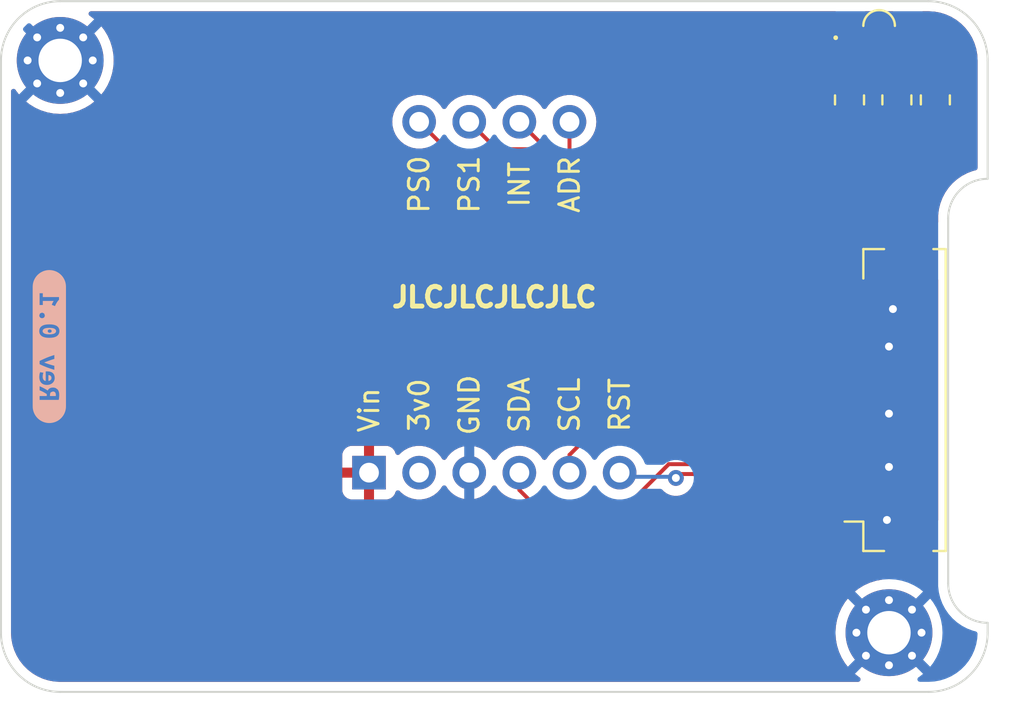
<source format=kicad_pcb>
(kicad_pcb (version 20220331) (generator pcbnew)
  (layers (0 "F.Cu" mixed) (1 "In1.Cu" power) (2 "In2.Cu" power) (31 "B.Cu" mixed) (34 "B.Paste" user) (35 "F.Paste" user) (36 "B.SilkS" user) (37 "F.SilkS" user) (38 "B.Mask" user) (39 "F.Mask" user) (44 "Edge.Cuts" user))
  (net 0 "")
  (net 1 "GND")
  (net 2 "Net-(D1-RK)")
  (net 3 "Net-(D1-GK)")
  (net 4 "Net-(D1-BK)")
  (net 7 "+3V3")
  (net 8 "RST")
  (net 9 "SDA")
  (net 10 "SCL")
  (net 11 "PS0")
  (net 12 "PS1")
  (net 13 "INT")
  (net 17 "ADR")
  (net 18 "LED_B")
  (net 19 "LED_G")
  (net 20 "LED_R")
  (footprint "Resistor_SMD:R_0805_2012Metric_Pad1.20x1.40mm_HandSolder" (layer "F.Cu") (at 163 85 90)
    (fp_text reference "R2" hide)
    (fp_text value "1kΩ")
    (fp_line (start -0.227064 -0.735) (end 0.227064 -0.735) (stroke (width 0.12)) (layer "F.SilkS"))
    (fp_line (start -0.227064 0.735) (end 0.227064 0.735) (stroke (width 0.12)) (layer "F.SilkS"))
    (pad "1" smd roundrect (at -1 0 90) (size 1.2 1.4) (layers "F.Cu" "F.Paste" "F.Mask") (roundrect_rratio 0.2083333333) (net 19 "LED_G"))
    (pad "2" smd roundrect (at 1 0 90) (size 1.2 1.4) (layers "F.Cu" "F.Paste" "F.Mask") (roundrect_rratio 0.2083333333) (net 3 "Net-(D1-GK)"))
  )
  (footprint "GameOver:TXGA_FFC05036-24SBD113W5M_1x24_P0.50mm_Horizontal" (layer "F.Cu") (at 165 100.21 90)
    (fp_text reference "J1" hide)
    (fp_text value locked "addon_conn")
    (fp_line (start -7.65 -1.3) (end -7.65 -0.25) (stroke (width 0.12)) (layer "F.SilkS"))
    (fp_line (start -7.65 2.25) (end -7.65 2.875) (stroke (width 0.12)) (layer "F.SilkS"))
    (fp_line (start -7.65 2.875) (end 7.65 2.875) (stroke (width 0.12)) (layer "F.SilkS"))
    (fp_line (start -6.16 -1.3) (end -7.65 -1.3) (stroke (width 0.12)) (layer "F.SilkS"))
    (fp_line (start -6.16 -1.3) (end -6.16 -2.25) (stroke (width 0.12)) (layer "F.SilkS"))
    (fp_line (start 6.16 -1.3) (end 7.65 -1.3) (stroke (width 0.12)) (layer "F.SilkS"))
    (fp_line (start 7.65 -1.3) (end 7.65 -0.25) (stroke (width 0.12)) (layer "F.SilkS"))
    (fp_line (start 7.65 2.875) (end 7.65 2.25) (stroke (width 0.12)) (layer "F.SilkS"))
    (pad "" smd rect locked (at -7.55 1.075 90) (size 1.8 2) (layers "F.Cu" "F.Paste" "F.Mask"))
    (pad "" smd rect locked (at 7.55 1.075 90) (size 1.8 2) (layers "F.Cu" "F.Paste" "F.Mask"))
    (pad "1" smd rect locked (at -5.75 -1.85 90) (size 0.3 1.25) (layers "F.Cu" "F.Paste" "F.Mask") (net 1 "GND"))
    (pad "2" smd rect locked (at -5.25 -1.85 90) (size 0.3 1.25) (layers "F.Cu" "F.Paste" "F.Mask") (net 7 "+3V3"))
    (pad "3" smd rect locked (at -4.75 -1.85 90) (size 0.3 1.25) (layers "F.Cu" "F.Paste" "F.Mask"))
    (pad "4" smd rect locked (at -4.25 -1.85 90) (size 0.3 1.25) (layers "F.Cu" "F.Paste" "F.Mask"))
    (pad "5" smd rect locked (at -3.75 -1.85 90) (size 0.3 1.25) (layers "F.Cu" "F.Paste" "F.Mask") (net 8 "RST"))
    (pad "6" smd rect locked (at -3.25 -1.85 90) (size 0.3 1.25) (layers "F.Cu" "F.Paste" "F.Mask") (net 9 "SDA"))
    (pad "7" smd rect locked (at -2.75 -1.85 90) (size 0.3 1.25) (layers "F.Cu" "F.Paste" "F.Mask") (net 1 "GND"))
    (pad "8" smd rect locked (at -2.25 -1.85 90) (size 0.3 1.25) (layers "F.Cu" "F.Paste" "F.Mask") (net 7 "+3V3"))
    (pad "9" smd rect locked (at -1.75 -1.85 90) (size 0.3 1.25) (layers "F.Cu" "F.Paste" "F.Mask") (net 10 "SCL"))
    (pad "10" smd rect locked (at -1.25 -1.85 90) (size 0.3 1.25) (layers "F.Cu" "F.Paste" "F.Mask") (net 11 "PS0"))
    (pad "11" smd rect locked (at -0.75 -1.85 90) (size 0.3 1.25) (layers "F.Cu" "F.Paste" "F.Mask") (net 12 "PS1"))
    (pad "12" smd rect locked (at -0.25 -1.85 90) (size 0.3 1.25) (layers "F.Cu" "F.Paste" "F.Mask") (net 1 "GND"))
    (pad "13" smd rect locked (at 0.25 -1.85 90) (size 0.3 1.25) (layers "F.Cu" "F.Paste" "F.Mask") (net 7 "+3V3"))
    (pad "14" smd rect locked (at 0.75 -1.85 90) (size 0.3 1.25) (layers "F.Cu" "F.Paste" "F.Mask") (net 13 "INT"))
    (pad "15" smd rect locked (at 1.25 -1.85 90) (size 0.3 1.25) (layers "F.Cu" "F.Paste" "F.Mask") (net 17 "ADR"))
    (pad "16" smd rect locked (at 1.75 -1.85 90) (size 0.3 1.25) (layers "F.Cu" "F.Paste" "F.Mask"))
    (pad "17" smd rect locked (at 2.25 -1.85 90) (size 0.3 1.25) (layers "F.Cu" "F.Paste" "F.Mask"))
    (pad "18" smd rect locked (at 2.75 -1.85 90) (size 0.3 1.25) (layers "F.Cu" "F.Paste" "F.Mask") (net 1 "GND"))
    (pad "19" smd rect locked (at 3.25 -1.85 90) (size 0.3 1.25) (layers "F.Cu" "F.Paste" "F.Mask"))
    (pad "20" smd rect locked (at 3.75 -1.85 90) (size 0.3 1.25) (layers "F.Cu" "F.Paste" "F.Mask") (net 19 "LED_G"))
    (pad "21" smd rect locked (at 4.25 -1.85 90) (size 0.3 1.25) (layers "F.Cu" "F.Paste" "F.Mask") (net 20 "LED_R"))
    (pad "22" smd rect locked (at 4.75 -1.85 90) (size 0.3 1.25) (layers "F.Cu" "F.Paste" "F.Mask") (net 18 "LED_B"))
    (pad "23" smd rect locked (at 5.25 -1.85 90) (size 0.3 1.25) (layers "F.Cu" "F.Paste" "F.Mask") (net 1 "GND"))
    (pad "24" smd rect locked (at 5.75 -1.85 90) (size 0.3 1.25) (layers "F.Cu" "F.Paste" "F.Mask") (net 7 "+3V3"))
  )
  (footprint "GameOver:logo_fcu" (layer "F.Cu") (at 126.5 97.499997 -90)
    (fp_text reference "Ref**" hide)
    (fp_text value "Val**" hide)
    (fp_poly (pts (xy -1.200723 -2.388725) (xy -1.041533 -2.387945) (xy -0.909803 -2.386596) (xy -0.802555 -2.384628) (xy -0.716816 -2.381995) (xy -0.649611 -2.378649) (xy -0.597965 -2.374544) (xy -0.558904 -2.369633) (xy -0.529451 -2.363867) (xy -0.518033 -2.360835) (xy -0.450047 -2.336304) (xy -0.396715 -2.308605) (xy -0.378478 -2.293602) (xy -0.368474 -2.27151) (xy -0.36026 -2.228859) (xy -0.353524 -2.16138) (xy -0.347953 -2.064803) (xy -0.343238 -1.934858) (xy -0.339065 -1.767275) (xy -0.338667 -1.748346) (xy -0.328083 -1.23825) (xy -0.281904 -1.312493) (xy -0.24756 -1.356772) (xy -0.186966 -1.423627) (xy -0.105177 -1.508295) (xy -0.007249 -1.606012) (xy 0.10176 -1.712015) (xy 0.216795 -1.82154) (xy 0.3328 -1.929824) (xy 0.444718 -2.032103) (xy 0.547493 -2.123614) (xy 0.636068 -2.199594) (xy 0.705388 -2.255278) (xy 0.750395 -2.285904) (xy 0.752473 -2.28697) (xy 0.85725 -2.338917) (xy 3.71475 -2.338917) (xy 3.836285 -2.281959) (xy 3.894983 -2.246064) (xy 3.97651 -2.184547) (xy 4.075028 -2.102913) (xy 4.184698 -2.006669) (xy 4.299684 -1.901323) (xy 4.414147 -1.792379) (xy 4.52225 -1.685345) (xy 4.618154 -1.585727) (xy 4.696022 -1.499032) (xy 4.750017 -1.430766) (xy 4.766774 -1.40428) (xy 4.788276 -1.362652) (xy 4.806603 -1.320978) (xy 4.821984 -1.275691) (xy 4.834648 -1.223223) (xy 4.844824 -1.160005) (xy 4.852741 -1.08247) (xy 4.858629 -0.98705) (xy 4.862715 -0.870176) (xy 4.86523 -0.728281) (xy 4.866401 -0.557795) (xy 4.866459 -0.355152) (xy 4.865632 -0.116783) (xy 4.864402 0.116905) (xy 4.85775 1.281561) (xy 4.788546 1.42209) (xy 4.762538 1.470833) (xy 4.731756 1.518497) (xy 4.691873 1.569925) (xy 4.63856 1.629958) (xy 4.567491 1.70344) (xy 4.474337 1.795213) (xy 4.354771 1.910119) (xy 4.338581 1.92556) (xy 4.203502 2.052926) (xy 4.093665 2.153136) (xy 4.005009 2.229582) (xy 3.933471 2.285661) (xy 3.874993 2.324766) (xy 3.836285 2.345458) (xy 3.71475 2.402416) (xy 2.31775 2.406591) (xy 2.0232 2.40729) (xy 1.768345 2.407474) (xy 1.550552 2.407104) (xy 1.367185 2.406139) (xy 1.21561 2.404538) (xy 1.093192 2.402261) (xy 0.997296 2.399267) (xy 0.925287 2.395517) (xy 0.874531 2.390969) (xy 0.842392 2.385583) (xy 0.836083 2.383828) (xy 0.767931 2.359354) (xy 0.708242 2.333479) (xy 0.699597 2.329039) (xy 0.662904 2.302371) (xy 0.601761 2.250131) (xy 0.521146 2.177182) (xy 0.426032 2.088387) (xy 0.321395 1.98861) (xy 0.212211 1.882714) (xy 0.103454 1.775563) (xy 0.000101 1.672021) (xy -0.092875 1.57695) (xy -0.170497 1.495214) (xy -0.227791 1.431677) (xy -0.259755 1.391242) (xy -0.328083 1.285749) (xy -0.339509 2.180293) (xy -0.450213 2.253152) (xy -0.528038 2.297645) (xy -0.609929 2.334249) (xy -0.656167 2.349199) (xy -0.695854 2.354298) (xy -0.770214 2.358556) (xy -0.880243 2.361985) (xy -1.026935 2.364595) (xy -1.211286 2.366397) (xy -1.434292 2.367402) (xy -1.696949 2.367621) (xy -2.000251 2.367064) (xy -2.233083 2.366235) (xy -3.71475 2.360083) (xy -3.835845 2.303326) (xy -3.89414 2.267633) (xy -3.975305 2.206322) (xy -4.073519 2.124885) (xy -4.182961 2.028814) (xy -4.297808 1.923602) (xy -4.412238 1.814741) (xy -4.52043 1.707723) (xy -4.616563 1.608041) (xy -4.694814 1.521186) (xy -4.749361 1.452652) (xy -4.767185 1.424692) (xy -4.788605 1.383195) (xy -4.806861 1.341594) (xy -4.822183 1.296323) (xy -4.834797 1.243817) (xy -4.844932 1.180508) (xy -4.852816 1.102831) (xy -4.858677 1.007219) (xy -4.862744 0.890106) (xy -4.865243 0.747925) (xy -4.866403 0.577112) (xy -4.866453 0.374098) (xy -4.865619 0.135318) (xy -4.864402 -0.095739) (xy -4.860288 -0.816053) (xy -3.577167 -0.816053) (xy -3.577167 0.792687) (xy -3.434659 0.936296) (xy -3.292151 1.079904) (xy -1.280583 1.068916) (xy -1.274854 0.640291) (xy -1.269124 0.211666) (xy -0.381 0.211666) (xy -0.381 -0.306488) (xy 0.529167 -0.306488) (xy 0.529167 0.418632) (xy 0.904367 0.770232) (xy 1.279568 1.121833) (xy 3.290354 1.121833) (xy 3.43376 0.979526) (xy 3.577167 0.837218) (xy 3.577167 -0.771521) (xy 3.434859 -0.914928) (xy 3.292552 -1.058334) (xy 1.280142 -1.058334) (xy 0.904654 -0.682411) (xy 0.529167 -0.306488) (xy -0.381 -0.306488) (xy -0.381 -1.100667) (xy -3.290354 -1.100667) (xy -3.433761 -0.95836) (xy -3.577167 -0.816053) (xy -4.860288 -0.816053) (xy -4.85775 -1.260395) (xy -4.788884 -1.400238) (xy -4.762931 -1.448807) (xy -4.732062 -1.496472) (xy -4.691962 -1.548056) (xy -4.638319 -1.608384) (xy -4.566819 -1.682278) (xy -4.473148 -1.774563) (xy -4.352993 -1.890062) (xy -4.33848 -1.903909) (xy -4.203118 -2.031592) (xy -4.093021 -2.132081) (xy -4.004162 -2.208743) (xy -3.932514 -2.264948) (xy -3.874053 -2.304065) (xy -3.835845 -2.324494) (xy -3.71475 -2.38125) (xy -2.171556 -2.387079) (xy -1.872786 -2.388111) (xy -1.613374 -2.38876) (xy -1.390345 -2.388981) (xy -1.200723 -2.388725)) (stroke (width 0.01)) (fill solid) (layer "F.Cu"))
  )
  (footprint "Resistor_SMD:R_0805_2012Metric_Pad1.20x1.40mm_HandSolder" (layer "F.Cu") (at 165.4 85 90)
    (fp_text reference "R1" hide)
    (fp_text value "1kΩ")
    (fp_line (start -0.227064 -0.735) (end 0.227064 -0.735) (stroke (width 0.12)) (layer "F.SilkS"))
    (fp_line (start -0.227064 0.735) (end 0.227064 0.735) (stroke (width 0.12)) (layer "F.SilkS"))
    (pad "1" smd roundrect (at -1 0 90) (size 1.2 1.4) (layers "F.Cu" "F.Paste" "F.Mask") (roundrect_rratio 0.2083333333) (net 20 "LED_R"))
    (pad "2" smd roundrect (at 1 0 90) (size 1.2 1.4) (layers "F.Cu" "F.Paste" "F.Mask") (roundrect_rratio 0.2083333333) (net 2 "Net-(D1-RK)"))
  )
  (footprint "MountingHole:MountingHole_2.2mm_M2_Pad_Via" (layer "F.Cu") (at 123 83)
    (fp_text reference "H1" hide)
    (fp_text value "~")
    (pad "1" thru_hole circle locked (at -1.65 0) (size 0.7 0.7) (drill 0.4) (layers *.Cu *.Mask) (net 1 "GND"))
    (pad "1" thru_hole circle locked (at -1.166726 -1.166726) (size 0.7 0.7) (drill 0.4) (layers *.Cu *.Mask) (net 1 "GND"))
    (pad "1" thru_hole circle locked (at -1.166726 1.166726) (size 0.7 0.7) (drill 0.4) (layers *.Cu *.Mask) (net 1 "GND"))
    (pad "1" thru_hole circle locked (at 0 -1.65) (size 0.7 0.7) (drill 0.4) (layers *.Cu *.Mask) (net 1 "GND"))
    (pad "1" thru_hole circle locked (at 0 0) (size 4.4 4.4) (drill 2.2) (layers *.Cu *.Mask) (net 1 "GND"))
    (pad "1" thru_hole circle locked (at 0 1.65) (size 0.7 0.7) (drill 0.4) (layers *.Cu *.Mask) (net 1 "GND"))
    (pad "1" thru_hole circle locked (at 1.166726 -1.166726) (size 0.7 0.7) (drill 0.4) (layers *.Cu *.Mask) (net 1 "GND"))
    (pad "1" thru_hole circle locked (at 1.166726 1.166726) (size 0.7 0.7) (drill 0.4) (layers *.Cu *.Mask) (net 1 "GND"))
    (pad "1" thru_hole circle locked (at 1.65 0) (size 0.7 0.7) (drill 0.4) (layers *.Cu *.Mask) (net 1 "GND"))
  )
  (footprint "GameOver:Adafruit_BNO055_breakout" (layer "F.Cu") (at 145 93.73)
    (fp_text reference "U1" hide)
    (fp_text value "Adafruit_BNO055_breakout")
    (fp_text user "SCL" (at 3.81 6.731 90 unlocked) (layer "F.SilkS"))
    (fp_text user "ADR" (at 3.81 -4.445 90 unlocked) (layer "F.SilkS"))
    (fp_text user "RST" (at 6.35 6.731 90 unlocked) (layer "F.SilkS"))
    (fp_text user "Vin" (at -6.35 6.985 90 unlocked) (layer "F.SilkS"))
    (fp_text user "SDA" (at 1.27 6.731 90 unlocked) (layer "F.SilkS"))
    (fp_text user "INT" (at 1.27 -4.445 90 unlocked) (layer "F.SilkS"))
    (fp_text user "PS1" (at -1.27 -4.445 90 unlocked) (layer "F.SilkS"))
    (fp_text user "PS0" (at -3.81 -4.445 90 unlocked) (layer "F.SilkS"))
    (fp_text user "GND" (at -1.27 6.731 90 unlocked) (layer "F.SilkS"))
    (fp_text user "3v0" (at -3.81 6.731 90 unlocked) (layer "F.SilkS"))
    (pad "1" thru_hole rect (at -6.35 10.16 90) (size 1.7 1.7) (drill 1) (layers *.Cu *.Mask) (net 7 "+3V3"))
    (pad "2" thru_hole oval (at -3.81 10.16 90) (size 1.7 1.7) (drill 1) (layers *.Cu *.Mask))
    (pad "3" thru_hole oval (at -1.27 10.16 90) (size 1.7 1.7) (drill 1) (layers *.Cu *.Mask) (net 1 "GND"))
    (pad "4" thru_hole oval (at 1.27 10.16 90) (size 1.7 1.7) (drill 1) (layers *.Cu *.Mask) (net 9 "SDA"))
    (pad "5" thru_hole oval (at 3.81 10.16 90) (size 1.7 1.7) (drill 1) (layers *.Cu *.Mask) (net 10 "SCL"))
    (pad "6" thru_hole oval (at 6.35 10.16 90) (size 1.7 1.7) (drill 1) (layers *.Cu *.Mask) (net 8 "RST"))
    (pad "7" thru_hole oval (at -3.81 -7.62 90) (size 1.7 1.7) (drill 1) (layers *.Cu *.Mask) (net 11 "PS0"))
    (pad "8" thru_hole oval (at -1.27 -7.62 90) (size 1.7 1.7) (drill 1) (layers *.Cu *.Mask) (net 12 "PS1"))
    (pad "9" thru_hole oval (at 1.27 -7.62 90) (size 1.7 1.7) (drill 1) (layers *.Cu *.Mask) (net 13 "INT"))
    (pad "10" thru_hole oval (at 3.81 -7.62 90) (size 1.7 1.7) (drill 1) (layers *.Cu *.Mask) (net 17 "ADR"))
  )
  (footprint "GameOver:Hongzhi_Forest_HS-1204-RGB" (layer "F.Cu") (at 164.5 81.65)
    (fp_text reference "D1" hide)
    (fp_text value "LED_RGBA")
    (fp_arc (start -0.8 -0.4) (mid 0 -1.2) (end 0.8 -0.4) (stroke (width 0.12)) (layer "F.SilkS"))
    (fp_circle (center -2.2 0.2) (end -2.2 0.2) (stroke (width 0.12)) (fill none) (layer "F.SilkS"))
    (pad "1" smd rect (at 0.39 0.22) (size 0.53 0.44) (layers "F.Cu" "F.Paste" "F.Mask") (net 2 "Net-(D1-RK)"))
    (pad "2" smd rect (at -0.39 0.22) (size 0.53 0.44) (layers "F.Cu" "F.Paste" "F.Mask") (net 3 "Net-(D1-GK)"))
    (pad "3" smd rect (at 1.455 0) (size 1 0.88) (layers "F.Cu" "F.Paste" "F.Mask") (net 4 "Net-(D1-BK)"))
    (pad "4" smd rect (at -1.455 0) (size 1 0.88) (layers "F.Cu" "F.Paste" "F.Mask") (net 7 "+3V3"))
  )
  (footprint "MountingHole:MountingHole_2.2mm_M2_Pad_Via" (layer "F.Cu") (at 165 112)
    (fp_text reference "H2" hide)
    (fp_text value "~")
    (pad "1" thru_hole circle locked (at -1.65 0) (size 0.7 0.7) (drill 0.4) (layers *.Cu *.Mask) (net 1 "GND"))
    (pad "1" thru_hole circle locked (at -1.166726 -1.166726) (size 0.7 0.7) (drill 0.4) (layers *.Cu *.Mask) (net 1 "GND"))
    (pad "1" thru_hole circle locked (at -1.166726 1.166726) (size 0.7 0.7) (drill 0.4) (layers *.Cu *.Mask) (net 1 "GND"))
    (pad "1" thru_hole circle locked (at 0 -1.65) (size 0.7 0.7) (drill 0.4) (layers *.Cu *.Mask) (net 1 "GND"))
    (pad "1" thru_hole circle locked (at 0 0) (size 4.4 4.4) (drill 2.2) (layers *.Cu *.Mask) (net 1 "GND"))
    (pad "1" thru_hole circle locked (at 0 1.65) (size 0.7 0.7) (drill 0.4) (layers *.Cu *.Mask) (net 1 "GND"))
    (pad "1" thru_hole circle locked (at 1.166726 -1.166726) (size 0.7 0.7) (drill 0.4) (layers *.Cu *.Mask) (net 1 "GND"))
    (pad "1" thru_hole circle locked (at 1.166726 1.166726) (size 0.7 0.7) (drill 0.4) (layers *.Cu *.Mask) (net 1 "GND"))
    (pad "1" thru_hole circle locked (at 1.65 0) (size 0.7 0.7) (drill 0.4) (layers *.Cu *.Mask) (net 1 "GND"))
  )
  (footprint "Resistor_SMD:R_0805_2012Metric_Pad1.20x1.40mm_HandSolder" (layer "F.Cu") (at 167.35 85 90)
    (fp_text reference "R3" hide)
    (fp_text value "1kΩ")
    (fp_line (start -0.227064 -0.735) (end 0.227064 -0.735) (stroke (width 0.12)) (layer "F.SilkS"))
    (fp_line (start -0.227064 0.735) (end 0.227064 0.735) (stroke (width 0.12)) (layer "F.SilkS"))
    (pad "1" smd roundrect (at -1 0 90) (size 1.2 1.4) (layers "F.Cu" "F.Paste" "F.Mask") (roundrect_rratio 0.2083333333) (net 18 "LED_B"))
    (pad "2" smd roundrect (at 1 0 90) (size 1.2 1.4) (layers "F.Cu" "F.Paste" "F.Mask") (roundrect_rratio 0.2083333333) (net 4 "Net-(D1-BK)"))
  )
  (footprint "kibuzzard-6259E36C" (layer "B.Cu") (at 122.45 97.5 90)
    (fp_text reference "kibuzzard-6259E36C" hide)
    (fp_text value "G***" hide)
    (fp_poly (pts (xy -1.445419 -0.047625) (xy -1.453356 0.010319) (xy -1.478756 0.060325) (xy -1.523206 0.096044) (xy -1.589881 0.109538) (xy -1.655762 0.096838) (xy -1.7018 0.061913) (xy -1.730375 0.011113) (xy -1.743869 -0.047625) (xy -1.445419 -0.047625)) (fill solid) (layer "B.SilkS"))
    (fp_poly (pts (xy -2.275681 0.180975) (xy -2.287587 0.248444) (xy -2.323306 0.295275) (xy -2.378472 0.322659) (xy -2.448719 0.331788) (xy -2.475706 0.330994) (xy -2.507456 0.327025) (xy -2.507456 0.03175) (xy -2.464594 0.03175) (xy -2.378472 0.041473) (xy -2.320131 0.070644) (xy -2.275681 0.180975)) (fill solid) (layer "B.SilkS"))
    (fp_poly (pts (xy 0.948531 0.001588) (xy 0.943857 0.104863) (xy 0.929834 0.190324) (xy 0.906463 0.257969) (xy 0.85467 0.324048) (xy 0.783431 0.346075) (xy 0.713184 0.324048) (xy 0.661194 0.257969) (xy 0.637381 0.190324) (xy 0.623094 0.104863) (xy 0.618331 0.001588) (xy 0.623094 -0.10257) (xy 0.637381 -0.18856) (xy 0.661194 -0.256381) (xy 0.713184 -0.322461) (xy 0.783431 -0.344487) (xy 0.785019 -0.343997) (xy 0.785019 -0.087312) (xy 0.719931 -0.056356) (xy 0.696119 0.017463) (xy 0.719931 0.092075) (xy 0.785019 0.123825) (xy 0.847725 0.092075) (xy 0.872331 0.017463) (xy 0.847725 -0.056356) (xy 0.785019 -0.087312) (xy 0.785019 -0.343997) (xy 0.85467 -0.322461) (xy 0.906463 -0.256381) (xy 0.929834 -0.18856) (xy 0.943857 -0.10257) (xy 0.948531 0.001588)) (fill solid) (layer "B.SilkS"))
    (fp_poly (pts (xy -2.702719 0.843492) (xy -3.033448 0.843492) (xy -3.116125 0.83943) (xy -3.198005 0.827284) (xy -3.278301 0.807171) (xy -3.356238 0.779285) (xy -3.431067 0.743893) (xy -3.502067 0.701338) (xy -3.568553 0.652028) (xy -3.629887 0.596439) (xy -3.685476 0.535105) (xy -3.734786 0.468619) (xy -3.777341 0.397619) (xy -3.812733 0.32279) (xy -3.840619 0.244853) (xy -3.860732 0.164557) (xy -3.872878 0.082677) (xy -3.87694 0) (xy -3.872878 -0.082677) (xy -3.860732 -0.164557) (xy -3.840619 -0.244853) (xy -3.812733 -0.32279) (xy -3.777341 -0.397619) (xy -3.734786 -0.468619) (xy -3.685476 -0.535105) (xy -3.629887 -0.596439) (xy -3.568553 -0.652028) (xy -3.502067 -0.701338) (xy -3.431067 -0.743893) (xy -3.356238 -0.779285) (xy -3.278301 -0.807171) (xy -3.198005 -0.827284) (xy -3.116125 -0.83943) (xy -3.033448 -0.843492) (xy -2.702719 -0.843492) (xy -2.012156 -0.843492) (xy -2.012156 -0.492125) (xy -2.216944 -0.492125) (xy -2.256433 -0.398661) (xy -2.301875 -0.308769) (xy -2.35208 -0.220067) (xy -2.405856 -0.130175) (xy -2.507456 -0.130175) (xy -2.507456 -0.492125) (xy -2.702719 -0.492125) (xy -2.702719 0.47625) (xy -2.640012 0.488156) (xy -2.570956 0.496094) (xy -2.504281 0.500063) (xy -2.448719 0.50165) (xy -2.36855 0.496888) (xy -2.296319 0.4826) (xy -2.232819 0.458391) (xy -2.178844 0.423863) (xy -2.103437 0.323056) (xy -2.083792 0.25658) (xy -2.077244 0.179388) (xy -2.085975 0.097631) (xy -2.112169 0.023813) (xy -2.158603 -0.037703) (xy -2.228056 -0.08255) (xy -2.170906 -0.173831) (xy -2.112169 -0.278606) (xy -2.0574 -0.388144) (xy -2.012156 -0.492125) (xy -2.012156 -0.843492) (xy -1.535906 -0.843492) (xy -1.535906 -0.509587) (xy -1.626195 -0.503436) (xy -1.706562 -0.484981) (xy -1.776412 -0.454422) (xy -1.83515 -0.411956) (xy -1.88218 -0.357783) (xy -1.916906 -0.2921) (xy -1.938337 -0.214709) (xy -1.945481 -0.125412) (xy -1.937941 -0.032941) (xy -1.915319 0.047625) (xy -1.880394 0.116086) (xy -1.835944 0.172244) (xy -1.783159 0.216098) (xy -1.723231 0.24765) (xy -1.658937 0.2667) (xy -1.593056 0.27305) (xy -1.491809 0.262202) (xy -1.408201 0.229658) (xy -1.342231 0.175419) (xy -1.294606 0.100365) (xy -1.266031 0.00538) (xy -1.256506 -0.109537) (xy -1.2573 -0.149225) (xy -1.259681 -0.182562) (xy -1.743869 -0.182562) (xy -1.728787 -0.247848) (xy -1.683544 -0.297656) (xy -1.614487 -0.329208) (xy -1.527969 -0.339725) (xy -1.41605 -0.327025) (xy -1.326356 -0.301625) (xy -1.299369 -0.468312) (xy -1.407319 -0.497681) (xy -1.535906 -0.509587) (xy -1.535906 -0.843492) (xy -0.892969 -0.843492) (xy -0.892969 -0.492125) (xy -0.940858 -0.392553) (xy -0.989277 -0.282222) (xy -1.038225 -0.161131) (xy -1.074688 -0.064046) (xy -1.110258 0.037505) (xy -1.144935 0.14352) (xy -1.178719 0.254) (xy -0.973931 0.254) (xy -0.958255 0.191691) (xy -0.9398 0.125413) (xy -0.919361 0.056952) (xy -0.897731 -0.011906) (xy -0.875308 -0.07997) (xy -0.852487 -0.14605) (xy -0.808831 -0.265113) (xy -0.762794 -0.14605) (xy -0.737592 -0.07997) (xy -0.712787 -0.011906) (xy -0.688578 0.056952) (xy -0.665162 0.125413) (xy -0.644327 0.191691) (xy -0.627856 0.254) (xy -0.429419 0.254) (xy -0.463649 0.14352) (xy -0.499666 0.037505) (xy -0.537468 -0.064046) (xy -0.577056 -0.161131) (xy -0.629973 -0.282222) (xy -0.680773 -0.392553) (xy -0.729456 -0.492125) (xy -0.892969 -0.492125) (xy -0.892969 -0.843492) (xy 0.783431 -0.843492) (xy 0.783431 -0.512762) (xy 0.681126 -0.498651) (xy 0.596459 -0.456318) (xy 0.529431 -0.385762) (xy 0.491232 -0.313928) (xy 0.463947 -0.225425) (xy 0.447576 -0.120253) (xy 0.442119 0.001588) (xy 0.447675 0.122039) (xy 0.464344 0.226219) (xy 0.492125 0.314127) (xy 0.531019 0.385763) (xy 0.598576 0.456318) (xy 0.682713 0.498651) (xy 0.783431 0.512763) (xy 0.885737 0.49874) (xy 0.970404 0.456671) (xy 1.037431 0.386556) (xy 1.075631 0.315168) (xy 1.102916 0.227211) (xy 1.119287 0.122684) (xy 1.124744 0.001588) (xy 1.119287 -0.120253) (xy 1.102916 -0.225425) (xy 1.075631 -0.313928) (xy 1.037431 -0.385762) (xy 0.970404 -0.456318) (xy 0.885737 -0.498651) (xy 0.783431 -0.512762) (xy 0.783431 -0.843492) (xy 1.578769 -0.843492) (xy 1.578769 -0.509587) (xy 1.524794 -0.500062) (xy 1.47955 -0.472281) (xy 1.4478 -0.427831) (xy 1.435894 -0.366712) (xy 1.4478 -0.307181) (xy 1.47955 -0.263525) (xy 1.524794 -0.236537) (xy 1.578769 -0.227012) (xy 1.677194 -0.263525) (xy 1.720056 -0.366712) (xy 1.677194 -0.473075) (xy 1.578769 -0.509587) (xy 1.578769 -0.843492) (xy 2.702719 -0.843492) (xy 2.702719 -0.492125) (xy 2.105819 -0.492125) (xy 2.105819 -0.3302) (xy 2.312194 -0.3302) (xy 2.312194 0.219075) (xy 2.210594 0.162719) (xy 2.113756 0.123825) (xy 2.050256 0.28575) (xy 2.132806 0.322263) (xy 2.221706 0.371475) (xy 2.305844 0.428625) (xy 2.374106 0.490538) (xy 2.507456 0.490538) (xy 2.507456 -0.3302) (xy 2.702719 -0.3302) (xy 2.702719 -0.492125) (xy 2.702719 -0.843492) (xy 3.033448 -0.843492) (xy 3.116125 -0.83943) (xy 3.198005 -0.827284) (xy 3.278301 -0.807171) (xy 3.356238 -0.779285) (xy 3.431067 -0.743893) (xy 3.502067 -0.701338) (xy 3.568553 -0.652028) (xy 3.629887 -0.596439) (xy 3.685476 -0.535105) (xy 3.734786 -0.468619) (xy 3.777341 -0.397619) (xy 3.812733 -0.32279) (xy 3.840619 -0.244853) (xy 3.860732 -0.164557) (xy 3.872878 -0.082677) (xy 3.87694 0) (xy 3.872878 0.082677) (xy 3.860732 0.164557) (xy 3.840619 0.244853) (xy 3.812733 0.32279) (xy 3.777341 0.397619) (xy 3.734786 0.468619) (xy 3.685476 0.535105) (xy 3.629887 0.596439) (xy 3.568553 0.652028) (xy 3.502067 0.701338) (xy 3.431067 0.743893) (xy 3.356238 0.779285) (xy 3.278301 0.807171) (xy 3.198005 0.827284) (xy 3.116125 0.83943) (xy 3.033448 0.843492) (xy 2.702719 0.843492) (xy -2.702719 0.843492)) (fill solid) (layer "B.SilkS"))
  )
  (gr_line locked (start 170 83) (end 170 89) (stroke (width 0.1)) (layer "Edge.Cuts"))
  (gr_arc locked (start 168 91) (mid 168.585786 89.585786) (end 170 89) (stroke (width 0.1)) (layer "Edge.Cuts"))
  (gr_line locked (start 123 80) (end 167 80) (stroke (width 0.1)) (layer "Edge.Cuts"))
  (gr_line locked (start 120 112) (end 120 83) (stroke (width 0.1)) (layer "Edge.Cuts"))
  (gr_arc locked (start 170 112) (mid 169.12132 114.12132) (end 167 115) (stroke (width 0.1)) (layer "Edge.Cuts"))
  (gr_line locked (start 167 115) (end 123 115) (stroke (width 0.1)) (layer "Edge.Cuts"))
  (gr_arc locked (start 123 115) (mid 120.87868 114.12132) (end 120 112) (stroke (width 0.1)) (layer "Edge.Cuts"))
  (gr_arc locked (start 120 83) (mid 120.87868 80.87868) (end 123 80) (stroke (width 0.1)) (layer "Edge.Cuts"))
  (gr_arc locked (start 170 111.5) (mid 168.585786 110.914214) (end 168 109.5) (stroke (width 0.1)) (layer "Edge.Cuts"))
  (gr_line locked (start 170 112) (end 170 111.5) (stroke (width 0.1)) (layer "Edge.Cuts"))
  (gr_line locked (start 168 91) (end 168 109.5) (stroke (width 0.1)) (layer "Edge.Cuts"))
  (gr_arc locked (start 167 80) (mid 169.12132 80.87868) (end 170 83) (stroke (width 0.1)) (layer "Edge.Cuts"))
  (gr_text "JLCJLCJLCJLC" (at 145 95) (layer "F.SilkS") (effects (font (size 1 1) (thickness 0.25) bold)))
  (segment (start 164.568397 105.96) (end 163.15 105.96) (width 0.25) (layer "F.Cu") (net 1))
  (segment (start 164.896184 106.287787) (end 164.568397 105.96) (width 0.25) (layer "F.Cu") (net 1))
  (segment (start 164.56 100.46) (end 163.15 100.46) (width 0.25) (layer "F.Cu") (net 1))
  (segment (start 165 100.9) (end 164.56 100.46) (width 0.25) (layer "F.Cu") (net 1))
  (segment (start 164.36 102.96) (end 163.15 102.96) (width 0.25) (layer "F.Cu") (net 1))
  (segment (start 164.56 94.96) (end 163.15 94.96) (width 0.25) (layer "F.Cu") (net 1))
  (segment (start 165.2 95.6) (end 164.56 94.96) (width 0.25) (layer "F.Cu") (net 1))
  (segment (start 165 103.6) (end 164.36 102.96) (width 0.25) (layer "F.Cu") (net 1))
  (segment (start 164.96 97.46) (end 165 97.5) (width 0.25) (layer "F.Cu") (net 1))
  (segment (start 163.15 97.46) (end 164.96 97.46) (width 0.25) (layer "F.Cu") (net 1))
  (via (at 165.2 95.6) (size 0.8) (drill 0.4) (layers "F.Cu" "B.Cu") (net 1))
  (via (at 165 103.6) (size 0.8) (drill 0.4) (layers "F.Cu" "B.Cu") (net 1))
  (via (at 164.896184 106.287787) (size 0.8) (drill 0.4) (layers "F.Cu" "B.Cu") (net 1))
  (via (at 165 97.5) (size 0.8) (drill 0.4) (layers "F.Cu" "B.Cu") (net 1))
  (via (at 165 100.9) (size 0.8) (drill 0.4) (layers "F.Cu" "B.Cu") (net 1))
  (segment (start 164.89 81.87) (end 164.89 82.44) (width 0.25) (layer "F.Cu") (net 2))
  (segment (start 164.89 82.44) (end 165.4 82.95) (width 0.25) (layer "F.Cu") (net 2))
  (segment (start 165.4 82.95) (end 165.4 84) (width 0.25) (layer "F.Cu") (net 2))
  (segment (start 164.11 83.59) (end 164.11 81.87) (width 0.25) (layer "F.Cu") (net 3))
  (segment (start 163 84) (end 163.7 84) (width 0.25) (layer "F.Cu") (net 3))
  (segment (start 163.7 84) (end 164.11 83.59) (width 0.25) (layer "F.Cu") (net 3))
  (segment (start 167.35 83.3) (end 167.35 84) (width 0.25) (layer "F.Cu") (net 4))
  (segment (start 165.955 81.65) (end 165.955 82.405) (width 0.25) (layer "F.Cu") (net 4))
  (segment (start 166.5 82.95) (end 167 82.95) (width 0.25) (layer "F.Cu") (net 4))
  (segment (start 167 82.95) (end 167.35 83.3) (width 0.25) (layer "F.Cu") (net 4))
  (segment (start 165.955 82.405) (end 166.5 82.95) (width 0.25) (layer "F.Cu") (net 4))
  (segment (start 166.7 103.2) (end 165.985489 102.485489) (width 0.25) (layer "F.Cu") (net 7))
  (segment (start 163.15 94.46) (end 165.31 94.46) (width 0.25) (layer "F.Cu") (net 7))
  (segment (start 166.9 98.2) (end 165.14 99.96) (width 0.25) (layer "F.Cu") (net 7))
  (segment (start 168.95 82.65) (end 168.95 87.2) (width 0.25) (layer "F.Cu") (net 7))
  (segment (start 163.15 105.46) (end 158.24 105.46) (width 0.25) (layer "F.Cu") (net 7))
  (segment (start 163.045 81.005) (end 163.3 80.75) (width 0.25) (layer "F.Cu") (net 7))
  (segment (start 163.15 105.46) (end 165.84 105.46) (width 0.25) (layer "F.Cu") (net 7))
  (segment (start 163.3 80.75) (end 167.05 80.75) (width 0.25) (layer "F.Cu") (net 7))
  (segment (start 165.985489 102.485489) (end 163.175489 102.485489) (width 0.25) (layer "F.Cu") (net 7))
  (segment (start 166.7 104.6) (end 166.7 103.2) (width 0.25) (layer "F.Cu") (net 7))
  (segment (start 163.175489 102.485489) (end 163.15 102.46) (width 0.25) (layer "F.Cu") (net 7))
  (segment (start 167.05 80.75) (end 168.95 82.65) (width 0.25) (layer "F.Cu") (net 7))
  (segment (start 163.15 93) (end 163.15 94.46) (width 0.25) (layer "F.Cu") (net 7))
  (segment (start 168.95 87.2) (end 163.15 93) (width 0.25) (layer "F.Cu") (net 7))
  (segment (start 166.9 96.05) (end 166.9 98.2) (width 0.25) (layer "F.Cu") (net 7))
  (segment (start 165.14 99.96) (end 163.15 99.96) (width 0.25) (layer "F.Cu") (net 7))
  (segment (start 163.045 81.65) (end 163.045 81.005) (width 0.25) (layer "F.Cu") (net 7))
  (segment (start 165.84 105.46) (end 166.7 104.6) (width 0.25) (layer "F.Cu") (net 7))
  (segment (start 165.31 94.46) (end 166.9 96.05) (width 0.25) (layer "F.Cu") (net 7))
  (segment (start 154.3995 103.96) (end 163.15 103.96) (width 0.2) (layer "F.Cu") (net 8))
  (segment (start 154.2 104.1595) (end 154.3995 103.96) (width 0.2) (layer "F.Cu") (net 8))
  (via (at 154.2 104.1595) (size 0.8) (drill 0.4) (layers "F.Cu" "B.Cu") (net 8))
  (segment (start 154.1405 104.1) (end 151.56 104.1) (width 0.2) (layer "B.Cu") (net 8))
  (segment (start 151.56 104.1) (end 151.35 103.89) (width 0.2) (layer "B.Cu") (net 8))
  (segment (start 154.2 104.1595) (end 154.1405 104.1) (width 0.2) (layer "B.Cu") (net 8))
  (segment (start 151.6 105.7) (end 147.2 105.7) (width 0.2) (layer "F.Cu") (net 9))
  (segment (start 153.84 103.46) (end 151.6 105.7) (width 0.2) (layer "F.Cu") (net 9))
  (segment (start 147.2 105.7) (end 146.27 104.77) (width 0.2) (layer "F.Cu") (net 9))
  (segment (start 163.15 103.46) (end 153.84 103.46) (width 0.2) (layer "F.Cu") (net 9))
  (segment (start 146.27 104.77) (end 146.27 103.89) (width 0.2) (layer "F.Cu") (net 9))
  (segment (start 148.81 102.99) (end 148.81 103.89) (width 0.2) (layer "F.Cu") (net 10))
  (segment (start 163.15 101.96) (end 162.275978 101.96) (width 0.2) (layer "F.Cu") (net 10))
  (segment (start 162.275978 101.96) (end 161.935978 102.3) (width 0.2) (layer "F.Cu") (net 10))
  (segment (start 161.935978 102.3) (end 149.5 102.3) (width 0.2) (layer "F.Cu") (net 10))
  (segment (start 149.5 102.3) (end 148.81 102.99) (width 0.2) (layer "F.Cu") (net 10))
  (segment (start 142.98 87.9) (end 141.19 86.11) (width 0.2) (layer "F.Cu") (net 11))
  (segment (start 160.16 101.46) (end 146.6 87.9) (width 0.2) (layer "F.Cu") (net 11))
  (segment (start 163.15 101.46) (end 160.16 101.46) (width 0.2) (layer "F.Cu") (net 11))
  (segment (start 146.6 87.9) (end 142.98 87.9) (width 0.2) (layer "F.Cu") (net 11))
  (segment (start 163.15 100.96) (end 160.554994 100.96) (width 0.2) (layer "F.Cu") (net 12))
  (segment (start 160.554994 100.96) (end 147.094994 87.5) (width 0.2) (layer "F.Cu") (net 12))
  (segment (start 145.12 87.5) (end 143.73 86.11) (width 0.2) (layer "F.Cu") (net 12))
  (segment (start 147.094994 87.5) (end 145.12 87.5) (width 0.2) (layer "F.Cu") (net 12))
  (segment (start 159.62 99.46) (end 163.15 99.46) (width 0.2) (layer "F.Cu") (net 13))
  (segment (start 146.27 86.11) (end 159.62 99.46) (width 0.2) (layer "F.Cu") (net 13))
  (segment (start 148.81 88.01) (end 148.81 86.11) (width 0.2) (layer "F.Cu") (net 17))
  (segment (start 159.76 98.96) (end 148.81 88.01) (width 0.2) (layer "F.Cu") (net 17))
  (segment (start 163.15 98.96) (end 159.76 98.96) (width 0.2) (layer "F.Cu") (net 17))
  (segment (start 164.5 88) (end 165.9 88) (width 0.25) (layer "F.Cu") (net 18))
  (segment (start 163.15 95.46) (end 162.225978 95.46) (width 0.25) (layer "F.Cu") (net 18))
  (segment (start 162.225978 95.46) (end 161.6 94.834022) (width 0.25) (layer "F.Cu") (net 18))
  (segment (start 161.6 94.834022) (end 161.6 90.9) (width 0.25) (layer "F.Cu") (net 18))
  (segment (start 161.6 90.9) (end 164.5 88) (width 0.25) (layer "F.Cu") (net 18))
  (segment (start 165.9 88) (end 167.35 86.55) (width 0.25) (layer "F.Cu") (net 18))
  (segment (start 167.35 86.55) (end 167.35 86) (width 0.25) (layer "F.Cu") (net 18))
  (segment (start 160.70096 90.29904) (end 163 88) (width 0.25) (layer "F.Cu") (net 19))
  (segment (start 163.15 96.46) (end 161.954542 96.46) (width 0.25) (layer "F.Cu") (net 19))
  (segment (start 160.70096 95.206417) (end 160.70096 90.29904) (width 0.25) (layer "F.Cu") (net 19))
  (segment (start 163 88) (end 163 86) (width 0.25) (layer "F.Cu") (net 19))
  (segment (start 161.954542 96.46) (end 160.70096 95.206417) (width 0.25) (layer "F.Cu") (net 19))
  (segment (start 161.15048 90.713802) (end 165.4 86.464282) (width 0.25) (layer "F.Cu") (net 20))
  (segment (start 165.4 86.464282) (end 165.4 86) (width 0.25) (layer "F.Cu") (net 20))
  (segment (start 162.09026 95.96) (end 161.15048 95.02022) (width 0.25) (layer "F.Cu") (net 20))
  (segment (start 163.15 95.96) (end 162.09026 95.96) (width 0.25) (layer "F.Cu") (net 20))
  (segment (start 161.15048 95.02022) (end 161.15048 90.713802) (width 0.25) (layer "F.Cu") (net 20))
  (zone (net 7) (net_name "+3V3") (layer "F.Cu") (connect_pads (clearance 0.508)) (min_thickness 0.254) (fill yes (thermal_gap 0.508) (thermal_bridge_width 0.508) (island_removal_mode 2) (island_area_min 10))
    (polygon (pts (xy 170 115) (xy 120 115) (xy 120 80) (xy 170 80)))
  )
  (zone (net 1) (net_name "GND") (layer "B.Cu") (connect_pads (clearance 0.508)) (min_thickness 0.254) (fill yes (thermal_gap 0.508) (thermal_bridge_width 0.508) (island_removal_mode 2) (island_area_min 10))
    (polygon (pts (xy 170 114.93809) (xy 120 114.93809) (xy 120 79.93809) (xy 170 79.93809)))
  )
)
</source>
